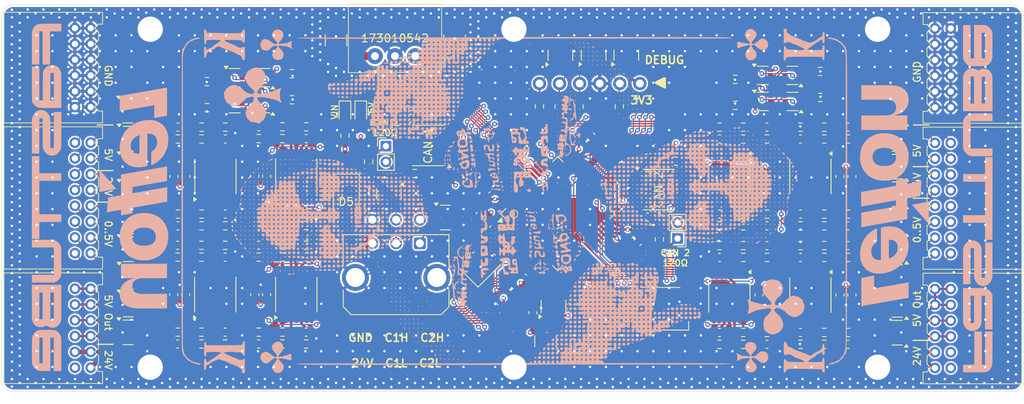
<source format=kicad_pcb>
(kicad_pcb
	(version 20240108)
	(generator "pcbnew")
	(generator_version "8.0")
	(general
		(thickness 1.6)
		(legacy_teardrops no)
	)
	(paper "A4")
	(layers
		(0 "F.Cu" signal)
		(1 "In1.Cu" signal)
		(2 "In2.Cu" signal)
		(31 "B.Cu" signal)
		(32 "B.Adhes" user "B.Adhesive")
		(33 "F.Adhes" user "F.Adhesive")
		(34 "B.Paste" user)
		(35 "F.Paste" user)
		(36 "B.SilkS" user "B.Silkscreen")
		(37 "F.SilkS" user "F.Silkscreen")
		(38 "B.Mask" user)
		(39 "F.Mask" user)
		(40 "Dwgs.User" user "User.Drawings")
		(41 "Cmts.User" user "User.Comments")
		(42 "Eco1.User" user "User.Eco1")
		(43 "Eco2.User" user "User.Eco2")
		(44 "Edge.Cuts" user)
		(45 "Margin" user)
		(46 "B.CrtYd" user "B.Courtyard")
		(47 "F.CrtYd" user "F.Courtyard")
		(48 "B.Fab" user)
		(49 "F.Fab" user)
		(50 "User.1" user)
		(51 "User.2" user)
		(52 "User.3" user)
		(53 "User.4" user)
		(54 "User.5" user)
		(55 "User.6" user)
		(56 "User.7" user)
		(57 "User.8" user)
		(58 "User.9" user)
	)
	(setup
		(stackup
			(layer "F.SilkS"
				(type "Top Silk Screen")
			)
			(layer "F.Paste"
				(type "Top Solder Paste")
			)
			(layer "F.Mask"
				(type "Top Solder Mask")
				(color "Black")
				(thickness 0.01)
			)
			(layer "F.Cu"
				(type "copper")
				(thickness 0.035)
			)
			(layer "dielectric 1"
				(type "prepreg")
				(thickness 0.1)
				(material "FR4")
				(epsilon_r 4.5)
				(loss_tangent 0.02)
			)
			(layer "In1.Cu"
				(type "copper")
				(thickness 0.035)
			)
			(layer "dielectric 2"
				(type "core")
				(thickness 1.24)
				(material "FR4")
				(epsilon_r 4.5)
				(loss_tangent 0.02)
			)
			(layer "In2.Cu"
				(type "copper")
				(thickness 0.035)
			)
			(layer "dielectric 3"
				(type "prepreg")
				(thickness 0.1)
				(material "FR4")
				(epsilon_r 4.5)
				(loss_tangent 0.02)
			)
			(layer "B.Cu"
				(type "copper")
				(thickness 0.035)
			)
			(layer "B.Mask"
				(type "Bottom Solder Mask")
				(color "Black")
				(thickness 0.01)
			)
			(layer "B.Paste"
				(type "Bottom Solder Paste")
			)
			(layer "B.SilkS"
				(type "Bottom Silk Screen")
			)
			(copper_finish "None")
			(dielectric_constraints no)
		)
		(pad_to_mask_clearance 0)
		(allow_soldermask_bridges_in_footprints no)
		(pcbplotparams
			(layerselection 0x00010fc_ffffffff)
			(plot_on_all_layers_selection 0x0000000_00000000)
			(disableapertmacros no)
			(usegerberextensions no)
			(usegerberattributes yes)
			(usegerberadvancedattributes yes)
			(creategerberjobfile yes)
			(dashed_line_dash_ratio 12.000000)
			(dashed_line_gap_ratio 3.000000)
			(svgprecision 4)
			(plotframeref no)
			(viasonmask no)
			(mode 1)
			(useauxorigin no)
			(hpglpennumber 1)
			(hpglpenspeed 20)
			(hpglpendiameter 15.000000)
			(pdf_front_fp_property_popups yes)
			(pdf_back_fp_property_popups yes)
			(dxfpolygonmode yes)
			(dxfimperialunits yes)
			(dxfusepcbnewfont yes)
			(psnegative no)
			(psa4output no)
			(plotreference yes)
			(plotvalue yes)
			(plotfptext yes)
			(plotinvisibletext no)
			(sketchpadsonfab no)
			(subtractmaskfromsilk no)
			(outputformat 1)
			(mirror no)
			(drillshape 1)
			(scaleselection 1)
			(outputdirectory "")
		)
	)
	(net 0 "")
	(net 1 "GND")
	(net 2 "/A8")
	(net 3 "/WS1")
	(net 4 "/A11")
	(net 5 "/A7")
	(net 6 "/A1")
	(net 7 "/STATUS1")
	(net 8 "/A5")
	(net 9 "/A12")
	(net 10 "/D2")
	(net 11 "+3V3")
	(net 12 "/A14")
	(net 13 "/A10")
	(net 14 "/SWDIO")
	(net 15 "/WS2")
	(net 16 "/A13")
	(net 17 "/A16")
	(net 18 "/SWCLK")
	(net 19 "/D5")
	(net 20 "/D1")
	(net 21 "/CAN2_TX")
	(net 22 "/A15")
	(net 23 "/A6")
	(net 24 "/D4")
	(net 25 "/STATUS2")
	(net 26 "/CAN1_RX")
	(net 27 "/A4")
	(net 28 "/CAN1_TX")
	(net 29 "/CAN2_RX")
	(net 30 "/A3")
	(net 31 "/A9")
	(net 32 "/A2")
	(net 33 "/D6")
	(net 34 "/D3")
	(net 35 "Net-(C4-Pad1)")
	(net 36 "Net-(U3A-+)")
	(net 37 "Net-(U3D-+)")
	(net 38 "Net-(U3A--)")
	(net 39 "Net-(U3D--)")
	(net 40 "Net-(U4A-+)")
	(net 41 "Net-(U4D-+)")
	(net 42 "Net-(U4A--)")
	(net 43 "Net-(U4D--)")
	(net 44 "Net-(U5A-+)")
	(net 45 "Net-(U5D-+)")
	(net 46 "Net-(U5A--)")
	(net 47 "Net-(U5D--)")
	(net 48 "Net-(U6A-+)")
	(net 49 "Net-(U6D-+)")
	(net 50 "Net-(U6A--)")
	(net 51 "Net-(C19-Pad1)")
	(net 52 "Net-(U6D--)")
	(net 53 "Net-(C38-Pad1)")
	(net 54 "Net-(U3B-+)")
	(net 55 "Net-(U3C-+)")
	(net 56 "Net-(U4B-+)")
	(net 57 "Net-(U4C-+)")
	(net 58 "Net-(U5B-+)")
	(net 59 "Net-(U5C-+)")
	(net 60 "Net-(U6B-+)")
	(net 61 "Net-(U6C-+)")
	(net 62 "+5V")
	(net 63 "/SWO")
	(net 64 "/NRST")
	(net 65 "/STATUS_B")
	(net 66 "/STATUS_G")
	(net 67 "/STATUS_R")
	(net 68 "Net-(U12-STB)")
	(net 69 "/CAN1_H")
	(net 70 "/CAN1_L")
	(net 71 "/CAN2_L")
	(net 72 "/CAN2_H")
	(net 73 "Net-(U2-PH1)")
	(net 74 "Net-(U2-PH0)")
	(net 75 "Net-(C20-Pad1)")
	(net 76 "Net-(C25-Pad1)")
	(net 77 "Net-(C26-Pad1)")
	(net 78 "Net-(C31-Pad1)")
	(net 79 "Net-(C32-Pad1)")
	(net 80 "Net-(C37-Pad1)")
	(net 81 "Net-(D2-A1)")
	(net 82 "Net-(D2-A2)")
	(net 83 "Net-(D3-A1)")
	(net 84 "Net-(D3-A2)")
	(net 85 "Net-(D4-AR)")
	(net 86 "Net-(D4-AB)")
	(net 87 "Net-(D4-AG)")
	(net 88 "Net-(JP3-A)")
	(net 89 "Net-(JP4-A)")
	(net 90 "Net-(U2-BOOT0)")
	(net 91 "Net-(U11-STB)")
	(net 92 "unconnected-(U1-NC-Pad5)")
	(net 93 "unconnected-(U1-NC-Pad4)")
	(net 94 "unconnected-(U2-PC13-Pad2)")
	(net 95 "unconnected-(U2-PC14-Pad3)")
	(net 96 "unconnected-(U2-PC15-Pad4)")
	(net 97 "+24V")
	(net 98 "/JR1")
	(net 99 "/JR2")
	(net 100 "/JR3")
	(net 101 "/JR4")
	(net 102 "/JR6")
	(net 103 "/JR5")
	(net 104 "/JR7")
	(net 105 "/JR8")
	(net 106 "/JR9")
	(net 107 "/JR10")
	(net 108 "/JR11")
	(net 109 "/JR12")
	(net 110 "/JR13")
	(net 111 "/JR14")
	(net 112 "/JR16")
	(net 113 "/JR15")
	(net 114 "/JL2")
	(net 115 "/JL1")
	(net 116 "/JL3")
	(net 117 "/JL4")
	(net 118 "/JL5")
	(net 119 "/JL6")
	(net 120 "/JL7")
	(net 121 "/JL8")
	(net 122 "/JL9")
	(net 123 "/JL10")
	(net 124 "/JL11")
	(net 125 "/JL12")
	(net 126 "/JL13")
	(net 127 "/JL14")
	(net 128 "/JL15")
	(net 129 "/JL16")
	(net 130 "+24V_IN")
	(net 131 "Net-(U10C-+)")
	(net 132 "Net-(U10B-+)")
	(net 133 "Net-(U10D--)")
	(net 134 "Net-(C62-Pad1)")
	(net 135 "Net-(C61-Pad1)")
	(net 136 "Net-(U10A--)")
	(net 137 "Net-(U10D-+)")
	(net 138 "Net-(U10A-+)")
	(net 139 "Net-(C56-Pad1)")
	(net 140 "Net-(C55-Pad1)")
	(net 141 "Net-(C50-Pad1)")
	(net 142 "Net-(C49-Pad1)")
	(net 143 "Net-(C44-Pad1)")
	(net 144 "Net-(C43-Pad1)")
	(net 145 "Net-(U9C-+)")
	(net 146 "Net-(U9B-+)")
	(net 147 "Net-(U8C-+)")
	(net 148 "Net-(U8B-+)")
	(net 149 "Net-(U7C-+)")
	(net 150 "Net-(U7B-+)")
	(net 151 "Net-(U9D--)")
	(net 152 "Net-(U9A--)")
	(net 153 "Net-(U9D-+)")
	(net 154 "Net-(U9A-+)")
	(net 155 "Net-(U8D--)")
	(net 156 "Net-(U8A--)")
	(net 157 "Net-(U8D-+)")
	(net 158 "Net-(U8A-+)")
	(net 159 "Net-(U7D--)")
	(net 160 "Net-(U7A--)")
	(net 161 "Net-(U7D-+)")
	(net 162 "Net-(U7A-+)")
	(net 163 "unconnected-(D1-A2-Pad2)")
	(net 164 "Net-(D14-A)")
	(net 165 "Net-(D16-A)")
	(footprint "Capacitor_SMD:C_0603_1608Metric" (layer "F.Cu") (at 157.526866 106.646284 135))
	(footprint "Resistor_SMD:R_0603_1608Metric" (layer "F.Cu") (at 182.368303 115.126183 180))
	(footprint "Resistor_SMD:R_0603_1608Metric" (layer "F.Cu") (at 192.618303 115.126183 180))
	(footprint "Resistor_SMD:R_0603_1608Metric" (layer "F.Cu") (at 162.1 84.999479 -90))
	(footprint "Capacitor_SMD:C_0603_1608Metric" (layer "F.Cu") (at 130.093303 104.086183))
	(footprint "Resistor_SMD:R_0603_1608Metric" (layer "F.Cu") (at 198.618303 113.626183))
	(footprint "Resistor_SMD:R_0603_1608Metric" (layer "F.Cu") (at 124.093303 113.586183 180))
	(footprint "Resistor_SMD:R_0603_1608Metric" (layer "F.Cu") (at 137 88.7 90))
	(footprint "Resistor_SMD:R_0603_1608Metric" (layer "F.Cu") (at 113.843303 104.086183 180))
	(footprint "Capacitor_SMD:C_0603_1608Metric" (layer "F.Cu") (at 114.868303 93.876183 90))
	(footprint "Capacitor_SMD:C_0603_1608Metric" (layer "F.Cu") (at 199.118303 108.876183 -90))
	(footprint "Package_TO_SOT_SMD:SOT-23" (layer "F.Cu") (at 204.868303 96.126183 180))
	(footprint "Capacitor_SMD:C_0603_1608Metric" (layer "F.Cu") (at 124.093303 102.586183))
	(footprint "Resistor_SMD:R_0603_1608Metric" (layer "F.Cu") (at 130.093303 115.086183))
	(footprint "Package_TO_SOT_SMD:SOT-23" (layer "F.Cu") (at 107.593303 89.086183))
	(footprint "Package_TO_SOT_SMD:SOT-23" (layer "F.Cu") (at 170.581697 78.5 90))
	(footprint "Resistor_SMD:R_0603_1608Metric" (layer "F.Cu") (at 195.618303 100.126183 180))
	(footprint "Resistor_SMD:R_0603_1608Metric" (layer "F.Cu") (at 154.557018 109.616132 -45))
	(footprint "Resistor_SMD:R_0603_1608Metric" (layer "F.Cu") (at 185.368303 102.626183 180))
	(footprint "Capacitor_SMD:C_0603_1608Metric" (layer "F.Cu") (at 198.618303 115.126183 180))
	(footprint "Capacitor_SMD:C_0603_1608Metric" (layer "F.Cu") (at 163.868303 110.026183 90))
	(footprint "Capacitor_SMD:C_0603_1608Metric" (layer "F.Cu") (at 150.868303 103.126183 -135))
	(footprint "Resistor_SMD:R_0603_1608Metric" (layer "F.Cu") (at 188.368303 113.626183))
	(footprint "Resistor_SMD:R_0603_1608Metric" (layer "F.Cu") (at 192.618303 102.626183 180))
	(footprint "Resistor_SMD:R_0603_1608Metric" (layer "F.Cu") (at 176.843303 91.926183 180))
	(footprint "Resistor_SMD:R_0603_1608Metric" (layer "F.Cu") (at 127.093303 100.076183))
	(footprint "LOGO" (layer "F.Cu") (at 120.2 75.375802))
	(footprint "Resistor_SMD:R_0603_1608Metric" (layer "F.Cu") (at 128.293303 84.161183 180))
	(footprint "Resistor_SMD:R_0603_1608Metric" (layer "F.Cu") (at 127.093303 115.086183))
	(footprint "Package_TO_SOT_SMD:SOT-23" (layer "F.Cu") (at 107.593303 92.586183))
	(footprint "Capacitor_SMD:C_0603_1608Metric" (layer "F.Cu") (at 119.868303 89.126183))
	(footprint "Package_TO_SOT_SMD:SOT-23" (layer "F.Cu") (at 204.868303 110.126183 180))
	(footprint "Resistor_SMD:R_0603_1608Metric" (layer "F.Cu") (at 138 92 -90))
	(footprint "Capacitor_SMD:C_0603_1608Metric" (layer "F.Cu") (at 188.368303 115.126183 180))
	(footprint "Package_TO_SOT_SMD:SOT-23-5" (layer "F.Cu") (at 161.368303 110.326183 90))
	(footprint "Package_SO:TSSOP-14_4.4x5mm_P0.65mm"
		(layer "F.Cu")
		(uuid "34c7a998-f723-4bc9-b59e-c10a1a291d8f")
		(at 128.843303 93.826183 90)
		(descr "TSSOP, 14 Pin (JEDEC MO-153 Var AB-1 https://www.jedec.org/document_search?search_api_views_fulltext=MO-153), generated with kicad-footprint-generator ipc_gullwing_generator.py")
		(tags "TSSOP SO")
		(property "Reference" "U7"
			(at 0 0 90)
			(layer "F.SilkS")
			(hide yes)
			(uuid "87272b5a-b0e2-4194-bb2a-806535486a52")
			(effects
				(font
					(size 1 1)
					(thickness 0.15)
				)
			)
		)
		(property "Value" "TSL6204"
			(at 0 3.45 90)
			(layer "F.Fab")
			(uuid "53f42168-bc5a-40b3-bd8a-b23dd476081a")
			(effects
				(font
					(size 1 1)
					(thickness 0.15)
				)
			)
		)
		(property "Footprint" "Package_SO:TSSOP-14_4.4x5mm_P0.65mm"
			(at 0 0 90)
			(unlocked yes)
			(layer "F.Fab")
			(hide yes)
			(uuid "b3f65f37-5780-4d86-960e-9cc50d9dd90f")
			(effects
				(font
					(size 1.27 1.27)
					(thickness 0.15)
				)
			)
		)
		(property "Datasheet" "https://www.st.com/resource/en/datasheet/tsl6201.pdf"
			(at 0 0 90)
			(unlocked yes)
			(layer "F.Fab")
			(hide yes)
			(uuid "8cc23680-2d0f-4238-adc5-634d2746e624")
			(effects
				(font
					(size 1.27 1.27)
					(thickness 0.15)
				)
			)
		)
		(property "Description" "Quad operational amplifier"
			(at 0 0 90)
			(unlocked yes)
			(layer "F.Fab")
			(hide yes)
			(uuid "75384c39-0dd1-421c-853b-524b4779c55e")
			(effects
				(font
					(size 1.27 1.27)
					(thickness 0.15)
				)
			)
		)
		(property "Sim.Library" "${KICAD7_SYMBOL_DIR}/Simulation_SPICE.sp"
			(at 0 0 90)
			(unlocked yes)
			(layer "F.Fab")
			(hide yes)
			(uuid "d7383948-7f59-4245-b46b-60bf9a291276")
			(effects
				(font
					(size 1 1)
					(thickness 0.15)
				)
			)
		)
		(property "Sim.Name" "kicad_builtin_opamp_quad"
			(at 0 0 90)
			(unlocked yes)
			(layer "F.Fab")
			(hide yes)
			(uuid "110b7c39-9754-4cbb-8b0d-4d2d3971d4ff")
			(effects
				(font
					(size 1 1)
					(thickness 0.15)
				)
			)
		)
		(property "Sim.Device" "SUBCKT"
			(at 0 0 90)
			(unlocked yes)
			(layer "F.Fab")
			(hide yes)
			(uuid "447a5fe9-d055-4de3-939e-cb1c77110996")
			(effects
				(font
					(size 1 1)
					(thickness 0.15)
				)
			)
		)
		(property "Sim.Pins" "1=out1 2=in1- 3=in1+ 4=vcc 5=in2+ 6=in2- 7=out2 8=out3 9=in3- 10=in3+ 11=vee 12=in4+ 13=in4- 14=out4"
			(at 0 0 90)
			(unlocked yes)
			(layer "F.Fab")
			(hide yes)
			(uuid "ce447b13-b27a-4378-98eb-d0b119ab1ea4")
			(effects
				(font
					(size 1 1)
					(thickness 0.15)
				)
			)
		)
		(property ki_fp_filters "SOIC*3.9x8.7mm*P1.27mm* DIP*W7.62mm* TSSOP*4.4x5mm*P0.65mm* SSOP*5.3x6.2mm*P0.65mm*")
		(path "/528049c1-5da3-4d46-aff9-84a10d5537bf/f13b6281-1eb5-4367-b4fc-9c064f78f59c")
		(sheetname "Double ADC Filter4")
		(sheetfile "doubleFilterstage.kicad_sch")
		(attr smd)
		(fp_line
			(start 0 -2.61)
			(end 2.2 -2.61)
			(stroke
				(width 0.12)
				(type solid)
			)
			(layer "F.SilkS")
			(uuid "1c966f04-55ac-4438-8769-c4b2ee74ca9e")
		)
		(fp_line
			(start 0 -2.61)
			(end -2.2 -2.61)
			(stroke
				(width 0.12)
				(type solid)
			)
			(layer "F.SilkS")
			(uuid "9a8bcb30-41f2-4a47-b5d7-f0e534526ebc")
		)
		(fp_line
			(start 0 2.61)
			(end 2.2 2.61)
			(stroke
				(width 0.12)
				(type solid)
			)
			(layer "F.SilkS")
			(uuid "f20c3093-7fd5-4474-80a7-0028b409b435")
		)
		(fp_line
			(start 0 2.61)
			(end -2.2 2.61)
			(stroke
				(width 0.12)
				(type solid)
			)
			(layer "F.SilkS")
			(uuid "010afccf-ade7-43f0-9017-308c51b33629")
		)
		(fp_poly
			(pts
				(xy -2.9 -2.41) (xy -3.14 -2.74) (xy -2.66 -2.74) (xy -2.9 -2.41)
			)
			(stroke
				(width 0.12)
				(type solid)
			)
			(fill solid)
			(layer "F.SilkS")
			(uuid "3620e70d-e8c0-48e2-9801-fb9ecdef7194")
		)
		(fp_line
			(start 3.85 -2.75)
			(end -3.85 -2.75)
			(stroke
				(width 0.05)
				(type solid)
			)
			(layer "F.CrtYd")
			(uuid "2c94e10d-c1a6-4cc1-afe6-1d7f3b5dd733")
		)
		(fp_line
			(start -3.85 -2.75)
			(end -3.85 2.75)
			(stroke
				(width 0.05)
				(type solid)
			)
			(layer "F.CrtYd")
			(uuid "a9da2d57-6181-400d-80ae-e7cb085d6c44")
		)
		(fp_line
			(start 3.85 2.75)
			(end 3.85 -2.75)
			(stroke
				(width 0.05)
				(type solid)
			)
			(layer "F.CrtYd")
			(uuid "fe488848-4659-407f-80c6-6598913faa77")
		)
		(fp_line
			(start -3.85 2.75)
			(end 3.85 2.75)
			(stroke
				(width 0.05)
				(type solid)
			)
			(layer "F.CrtYd")
			(uuid "f3a0fc80-a80b-45a5-90d5-91401f52a327")
		)
		(fp_line
			(start 2.2 -2.5)
			(end 2.2 2.5)
			(stroke
				(width 0.1)
				(type solid)
			)
			(layer "F.Fab")
			(uuid "72f49b70-d580-4756-a2e7-a716d3847ae7")
		)
		(fp_line
			(start -1.2 -2.5)
			(end 2.2 -2.5)
			(stroke
				(width 0.1)
				(type solid)
			)
			(layer "F.Fab")
			(uuid "d989979a-885a-4a49-9d3b-f335971b08e5")
		)
		(fp_line
			(start -2.2 -1.5)
			(end -1.2 -2.5)
			(stroke
				(width 0.1)
				(type solid)
			)
			(layer "F.Fab")
			(uuid "b9fd0432-1532-41cb-8abe-d832601379d0")
		)
		(fp_line
			(start 2.2 2.5)
			(end -2.2 2.5)
			(stroke
				(width 0.1)
				(type solid)
			)
			(layer "F.Fab")
			(uuid "4ec6f1da-76aa-4dc2-a730-cbd2acad1ddc")
		)
		(fp_line
			(start -2.2 2.5)
			(end -2.2 -1.5)
			(stroke
				(width 0.1)
				(type solid)
			)
			(layer "F.Fab")
			(uuid "e244bba4-2c2a-4f80-a8a8-9d52904638d2")
		)
		(fp_text user "${REFERENCE}"
			(at 0 0 90)
			(layer "F.Fab")
			(uuid "3edd13fe-2ce4-4143-b2a3-fd20ac74c056")
			(effects
				(font
					(size 1 1)
					(thickness 0.15)
				)
			)
		)
		(pad "1" smd roundrect
			(at -2.8625 -1.95 90)
			(size 1.475 0.4)
			(layers "F.Cu" "F.Paste" "F.Mask")
			(roundrect_rratio 0.25)
			(net 160 "Net-(U7A--)")
			(pintype "output")
			(uuid "78e83f9a-47a3-40c3-b561-c666f872ff4e")
		)
		(pad "2" smd roundrect
			(at -2.8625 -1.3 90)
			(size 1.475 0.4)
			(layers "F.Cu" "F.Paste" "F.Mask")
			(roundrect_rratio 0.25)
			(net 160 "Net-(U7A--)")
			(pinfunction "-")
			(pintype "input")
			(uuid "8b0b65b0-d73b-4918-8964-c6aa501d998c")
		)
		(pad "3" smd roundrect
			(at -2.8625 -0.65 90)
			(size 1.475 0.4)
			(layers "F.Cu" "F.Paste" "F.Mask")
			(roundrect_rratio 0.25)
			(net 162 "Net-(U7A-+)")
			(pinfunction "+")
			(pintype "input")
			(uuid "7e4419f4-b48b-4509-944d-4e18b220a4d2")
		)
		(pad "4" smd roundrect
			(at -2.8625 0 90)
			(size 1.475 0.4)
			(layers "F.Cu" "F.Paste" "F.Mask")
			(roundrect_rratio 0.25)
			(net 62 "+5V")
			(pinfunction "V+")
			(pintype "power_in")
			(uuid "ce716d30-82f5-4b33-983b-1dbb03ca6dc5")
		)
		(pad "5" smd roundrect
			(at -2.8625 0.65 90)
			(size 1.475 0.4)
			(layers "F.Cu" "F.Paste" "F.Mask")
			(roundrect_rratio 0.25)
			(net 150 "Net-(U7B-+)")
			(pinfunction "+")
			(pintype "input")
			(uuid "ecbf6c1c-b1e3-4c76-858c-7472fbb5b086")
		)
		(pad "6" smd roundrect
			(at -2.8625 1.3 90)
			(size 1.475 0.4)
			(layers "F.Cu" "F.Paste" "F.Mask")
			(roundrect_rratio 0.25)
			(net 12 "/A14")
			(pinfunction "-")
			(pintype "input")
			(uuid "bde6a9cf-dfab-4fc2-83ab-fd4172ae4e98")
		)
		(pad "7" smd roundrect
			(at -2.8625 1.95 90)
			(size 1.475 0.4)
			(layers "F.Cu" "F.Paste" "F.Mask")
			(roundrect_rratio 0.25)
			(net 12 "/A14")
			(pintype "output")
			(uuid "209c0427-bc41-47e9-b660-2bb0a8b4905b")
		)
		(pad "8" smd roundrect
			(at 2.8625 1.95 90)
			(size 1.475 0.4)
			(layers "F.Cu" "F.Paste" "F.Mask")
			(roundrect_rratio 0.25)
			(net 22 "/A15")
			(pintype "output")
			(uuid "6f681829-6f66-4824-bd03-8adad8bf83f3")
		)
		(pad "9" smd roundrect
			(at 2.8625 1.3 90)
			(size 1.475 0.4)
			(layers "F.Cu" "F.Paste" "F.Mask")
			(roundrect_rratio 0.25)
			(net 22 "/A15")
			(pinfunction "-")
			(pintype "input")
			(uuid "7d062ebe-245e-489b-9e87-e094000dc992")
		)
		(pad "10" smd roundrect
			(at 2.8625 0.65 90)
			(size 1.475 0.4)
			(layers "F.Cu" "F.Paste" "F.Mask")
			(roundrect_rratio 0.25)
			(net 149 "Net-(U7C-+)")
			(pinfunction "+")
			(pintype "input")
			(uuid "e6c4c5ac-be86-4922-b859-44b24b17c690")
		)
		(pad "11" smd roundrect
			(at 2.8625 0 90)
			(size 1.475 0.4)
			(layers "F.Cu" "F.Paste" "F.Mask")
			(roundrect_rratio 0.25)
			(net 1 "GND")
			(pinfunction "V-")
			(pintype "power_in")
			(uuid "3e28505d-12d4-4603-a290-83a9519b7b6a")
		)
		(pad "12" smd roundrect
			(at 2.8625 -0.65 90)
			(size 1.475 0.4)
			(layers "F.Cu" "F.Paste" "F.Mask")
			(roundrect_rratio 0.25)
			(net 161 "Net-(U7D-+)")
			(pinfunction "+")
			(pintype "input")
			(uuid "31bcdf91-ca0e-4b78-81b5-c6712f1c8b8e")
		)
		(pad "13" smd roundrect
		
... [5908440 chars truncated]
</source>
